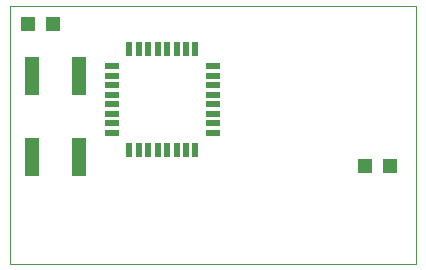
<source format=gtp>
G75*
G70*
%OFA0B0*%
%FSLAX24Y24*%
%IPPOS*%
%LPD*%
%AMOC8*
5,1,8,0,0,1.08239X$1,22.5*
%
%ADD10C,0.0000*%
%ADD11R,0.0500X0.0220*%
%ADD12R,0.0220X0.0500*%
%ADD13R,0.0472X0.0472*%
%ADD14R,0.0472X0.1260*%
D10*
X000605Y000141D02*
X000605Y008718D01*
X014134Y008718D01*
X014134Y000141D01*
X000605Y000141D01*
D11*
X003988Y004506D03*
X003988Y004821D03*
X003988Y005136D03*
X003988Y005451D03*
X003988Y005765D03*
X003988Y006080D03*
X003988Y006395D03*
X003988Y006710D03*
X007368Y006710D03*
X007368Y006395D03*
X007368Y006080D03*
X007368Y005765D03*
X007368Y005451D03*
X007368Y005136D03*
X007368Y004821D03*
X007368Y004506D03*
D12*
X006780Y003918D03*
X006465Y003918D03*
X006150Y003918D03*
X005835Y003918D03*
X005520Y003918D03*
X005205Y003918D03*
X004891Y003918D03*
X004576Y003918D03*
X004576Y007298D03*
X004891Y007298D03*
X005205Y007298D03*
X005520Y007298D03*
X005835Y007298D03*
X006150Y007298D03*
X006465Y007298D03*
X006780Y007298D03*
D13*
X002018Y008141D03*
X001191Y008141D03*
X012441Y003391D03*
X013268Y003391D03*
D14*
X002892Y003703D03*
X001317Y003703D03*
X001317Y006380D03*
X002892Y006380D03*
M02*

</source>
